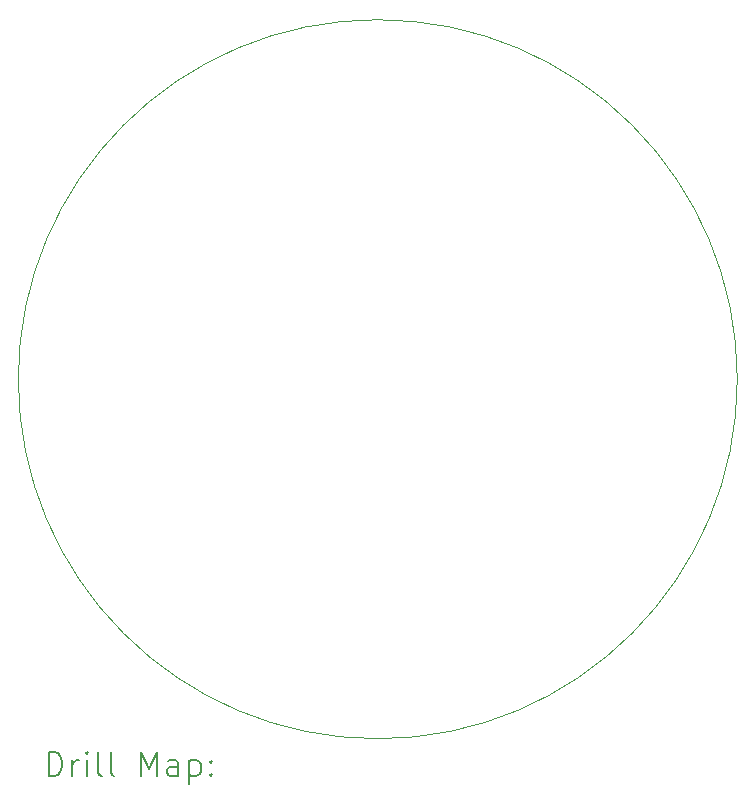
<source format=gbr>
%TF.GenerationSoftware,KiCad,Pcbnew,9.0.5*%
%TF.CreationDate,2025-11-04T12:18:06+05:30*%
%TF.ProjectId,digital_diya,64696769-7461-46c5-9f64-6979612e6b69,rev?*%
%TF.SameCoordinates,Original*%
%TF.FileFunction,Drillmap*%
%TF.FilePolarity,Positive*%
%FSLAX45Y45*%
G04 Gerber Fmt 4.5, Leading zero omitted, Abs format (unit mm)*
G04 Created by KiCad (PCBNEW 9.0.5) date 2025-11-04 12:18:06*
%MOMM*%
%LPD*%
G01*
G04 APERTURE LIST*
%ADD10C,0.050000*%
%ADD11C,0.200000*%
G04 APERTURE END LIST*
D10*
X17483679Y-7599353D02*
G75*
G02*
X11396121Y-7599353I-3043779J0D01*
G01*
X11396121Y-7599353D02*
G75*
G02*
X17483679Y-7599353I3043779J0D01*
G01*
D11*
X11654398Y-10957115D02*
X11654398Y-10757115D01*
X11654398Y-10757115D02*
X11702017Y-10757115D01*
X11702017Y-10757115D02*
X11730588Y-10766639D01*
X11730588Y-10766639D02*
X11749636Y-10785687D01*
X11749636Y-10785687D02*
X11759160Y-10804734D01*
X11759160Y-10804734D02*
X11768684Y-10842830D01*
X11768684Y-10842830D02*
X11768684Y-10871401D01*
X11768684Y-10871401D02*
X11759160Y-10909496D01*
X11759160Y-10909496D02*
X11749636Y-10928544D01*
X11749636Y-10928544D02*
X11730588Y-10947592D01*
X11730588Y-10947592D02*
X11702017Y-10957115D01*
X11702017Y-10957115D02*
X11654398Y-10957115D01*
X11854398Y-10957115D02*
X11854398Y-10823782D01*
X11854398Y-10861877D02*
X11863922Y-10842830D01*
X11863922Y-10842830D02*
X11873445Y-10833306D01*
X11873445Y-10833306D02*
X11892493Y-10823782D01*
X11892493Y-10823782D02*
X11911541Y-10823782D01*
X11978207Y-10957115D02*
X11978207Y-10823782D01*
X11978207Y-10757115D02*
X11968684Y-10766639D01*
X11968684Y-10766639D02*
X11978207Y-10776163D01*
X11978207Y-10776163D02*
X11987731Y-10766639D01*
X11987731Y-10766639D02*
X11978207Y-10757115D01*
X11978207Y-10757115D02*
X11978207Y-10776163D01*
X12102017Y-10957115D02*
X12082969Y-10947592D01*
X12082969Y-10947592D02*
X12073445Y-10928544D01*
X12073445Y-10928544D02*
X12073445Y-10757115D01*
X12206779Y-10957115D02*
X12187731Y-10947592D01*
X12187731Y-10947592D02*
X12178207Y-10928544D01*
X12178207Y-10928544D02*
X12178207Y-10757115D01*
X12435350Y-10957115D02*
X12435350Y-10757115D01*
X12435350Y-10757115D02*
X12502017Y-10899972D01*
X12502017Y-10899972D02*
X12568684Y-10757115D01*
X12568684Y-10757115D02*
X12568684Y-10957115D01*
X12749636Y-10957115D02*
X12749636Y-10852353D01*
X12749636Y-10852353D02*
X12740112Y-10833306D01*
X12740112Y-10833306D02*
X12721065Y-10823782D01*
X12721065Y-10823782D02*
X12682969Y-10823782D01*
X12682969Y-10823782D02*
X12663922Y-10833306D01*
X12749636Y-10947592D02*
X12730588Y-10957115D01*
X12730588Y-10957115D02*
X12682969Y-10957115D01*
X12682969Y-10957115D02*
X12663922Y-10947592D01*
X12663922Y-10947592D02*
X12654398Y-10928544D01*
X12654398Y-10928544D02*
X12654398Y-10909496D01*
X12654398Y-10909496D02*
X12663922Y-10890449D01*
X12663922Y-10890449D02*
X12682969Y-10880925D01*
X12682969Y-10880925D02*
X12730588Y-10880925D01*
X12730588Y-10880925D02*
X12749636Y-10871401D01*
X12844874Y-10823782D02*
X12844874Y-11023782D01*
X12844874Y-10833306D02*
X12863922Y-10823782D01*
X12863922Y-10823782D02*
X12902017Y-10823782D01*
X12902017Y-10823782D02*
X12921065Y-10833306D01*
X12921065Y-10833306D02*
X12930588Y-10842830D01*
X12930588Y-10842830D02*
X12940112Y-10861877D01*
X12940112Y-10861877D02*
X12940112Y-10919020D01*
X12940112Y-10919020D02*
X12930588Y-10938068D01*
X12930588Y-10938068D02*
X12921065Y-10947592D01*
X12921065Y-10947592D02*
X12902017Y-10957115D01*
X12902017Y-10957115D02*
X12863922Y-10957115D01*
X12863922Y-10957115D02*
X12844874Y-10947592D01*
X13025826Y-10938068D02*
X13035350Y-10947592D01*
X13035350Y-10947592D02*
X13025826Y-10957115D01*
X13025826Y-10957115D02*
X13016303Y-10947592D01*
X13016303Y-10947592D02*
X13025826Y-10938068D01*
X13025826Y-10938068D02*
X13025826Y-10957115D01*
X13025826Y-10833306D02*
X13035350Y-10842830D01*
X13035350Y-10842830D02*
X13025826Y-10852353D01*
X13025826Y-10852353D02*
X13016303Y-10842830D01*
X13016303Y-10842830D02*
X13025826Y-10833306D01*
X13025826Y-10833306D02*
X13025826Y-10852353D01*
M02*

</source>
